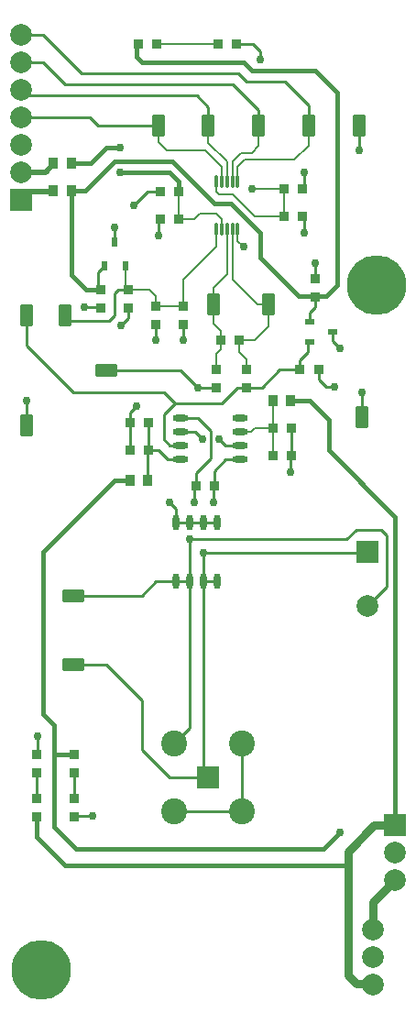
<source format=gtl>
G04*
G04 #@! TF.GenerationSoftware,Altium Limited,Altium Designer,19.1.8 (144)*
G04*
G04 Layer_Physical_Order=1*
G04 Layer_Color=255*
%FSLAX25Y25*%
%MOIN*%
G70*
G01*
G75*
%ADD12C,0.01000*%
%ADD13C,0.01500*%
%ADD14C,0.00800*%
%ADD18C,0.03000*%
%ADD34R,0.02362X0.03347*%
%ADD35R,0.03347X0.02362*%
%ADD36O,0.02362X0.05709*%
%ADD37O,0.01181X0.05315*%
%ADD38O,0.05709X0.02362*%
G04:AMPARAMS|DCode=39|XSize=78.74mil|YSize=47.24mil|CornerRadius=2.36mil|HoleSize=0mil|Usage=FLASHONLY|Rotation=90.000|XOffset=0mil|YOffset=0mil|HoleType=Round|Shape=RoundedRectangle|*
%AMROUNDEDRECTD39*
21,1,0.07874,0.04252,0,0,90.0*
21,1,0.07402,0.04724,0,0,90.0*
1,1,0.00472,0.02126,0.03701*
1,1,0.00472,0.02126,-0.03701*
1,1,0.00472,-0.02126,-0.03701*
1,1,0.00472,-0.02126,0.03701*
%
%ADD39ROUNDEDRECTD39*%
G04:AMPARAMS|DCode=40|XSize=78.74mil|YSize=47.24mil|CornerRadius=2.36mil|HoleSize=0mil|Usage=FLASHONLY|Rotation=0.000|XOffset=0mil|YOffset=0mil|HoleType=Round|Shape=RoundedRectangle|*
%AMROUNDEDRECTD40*
21,1,0.07874,0.04252,0,0,0.0*
21,1,0.07402,0.04724,0,0,0.0*
1,1,0.00472,0.03701,-0.02126*
1,1,0.00472,-0.03701,-0.02126*
1,1,0.00472,-0.03701,0.02126*
1,1,0.00472,0.03701,0.02126*
%
%ADD40ROUNDEDRECTD40*%
%ADD41R,0.03740X0.03740*%
%ADD42R,0.03740X0.03740*%
%ADD43R,0.03189X0.04016*%
%ADD44C,0.00900*%
%ADD45C,0.02000*%
%ADD46R,0.07874X0.07874*%
%ADD47C,0.07874*%
%ADD48R,0.07874X0.07874*%
%ADD49C,0.09449*%
%ADD50C,0.21654*%
%ADD51C,0.03000*%
D12*
X164000Y349000D02*
Y354654D01*
X154000Y349000D02*
Y354654D01*
X155000Y391653D02*
X156000Y392653D01*
X133653Y361000D02*
X133653Y361000D01*
X189500Y456500D02*
X192000Y454000D01*
Y451000D02*
Y454000D01*
X183346Y456500D02*
X189500D01*
X227000Y280000D02*
X236000D01*
X223500Y276500D02*
X227000Y280000D01*
X166500Y276500D02*
X223500D01*
X236000Y280000D02*
X238000Y278000D01*
Y259315D02*
Y278000D01*
X231000Y252315D02*
X238000Y259315D01*
X209970Y358970D02*
X212000Y361000D01*
X209970Y355646D02*
Y358970D01*
X212000Y361000D02*
Y364653D01*
X133000Y373508D02*
X135504Y376012D01*
X133000Y368347D02*
Y373508D01*
Y368347D02*
X134000Y367347D01*
X151000Y403000D02*
X155654D01*
X146000Y398000D02*
X151000Y403000D01*
X140347Y367347D02*
X144000D01*
X139106Y366106D02*
X140347Y367347D01*
X139106Y358106D02*
Y366106D01*
X137000Y356000D02*
X139106Y358106D01*
X123000Y356000D02*
X137000D01*
X141442Y354442D02*
X144000Y357000D01*
X121000Y358000D02*
X123000Y356000D01*
X228000Y418000D02*
Y427000D01*
X208000Y404654D02*
Y410000D01*
X207347Y404000D02*
X208000Y404654D01*
Y388000D02*
Y393347D01*
X207347Y394000D02*
X208000Y393347D01*
X212000Y371346D02*
Y377000D01*
X229000Y321000D02*
Y330000D01*
X203346Y307000D02*
Y317000D01*
X203000Y301000D02*
Y306653D01*
X203346Y307000D01*
X128000Y361000D02*
X133653D01*
X144000Y357000D02*
Y360653D01*
X133653Y361000D02*
X134000Y360653D01*
X139000Y390000D02*
X139122Y389878D01*
Y384598D02*
Y389878D01*
Y384598D02*
X139244Y384476D01*
X155000Y387000D02*
Y391653D01*
X155654Y393000D02*
X156000Y392653D01*
X107000Y318000D02*
Y327000D01*
X157000Y330000D02*
X161000Y326000D01*
X124000Y330000D02*
X157000D01*
X107000Y347000D02*
X124000Y330000D01*
X107000Y347000D02*
Y358000D01*
X163000Y338000D02*
X169367Y331633D01*
X136000Y338000D02*
X163000D01*
X175287Y331633D02*
X175654Y332000D01*
X179500Y310500D02*
X184728D01*
X177000Y313000D02*
X179500Y310500D01*
X169750Y190000D02*
X171500Y191750D01*
X169500Y320500D02*
X174000Y316000D01*
Y306000D02*
Y316000D01*
X168654Y300654D02*
X174000Y306000D01*
X209478Y344478D02*
Y348165D01*
X157000Y322000D02*
X161000Y326000D01*
X157000Y313000D02*
Y322000D01*
Y313000D02*
X159239Y310761D01*
X161000Y326000D02*
X178000D01*
X183653Y331653D02*
X187000D01*
X178000Y326000D02*
X183653Y331653D01*
X169367Y331633D02*
X175287D01*
X175654Y332000D02*
X176000Y331653D01*
X168500Y315500D02*
X171000Y313000D01*
X163272Y315500D02*
X168500D01*
X163272Y320500D02*
X169500D01*
X168654Y296000D02*
Y300654D01*
X175347Y301346D02*
X179500Y305500D01*
X175347Y296000D02*
Y301346D01*
X179500Y305500D02*
X184728D01*
X159239Y310761D02*
X163011D01*
X163272Y310500D01*
X199150Y338150D02*
X206612D01*
X192654Y331653D02*
X199150Y338150D01*
X187000Y331653D02*
X192654D01*
X206612Y341612D02*
X209478Y344478D01*
X206612Y338150D02*
Y341612D01*
X209478Y348165D02*
X209970D01*
X216000Y332000D02*
X219183D01*
X213305Y334695D02*
X216000Y332000D01*
X213305Y334695D02*
Y338150D01*
X218435Y348565D02*
X221000Y346000D01*
X218435Y348565D02*
Y351905D01*
X185573Y177677D02*
Y202323D01*
X160927Y177677D02*
X185573D01*
X136000Y231000D02*
X149000Y218000D01*
Y200000D02*
Y218000D01*
Y200000D02*
X159000Y190000D01*
X124000Y231000D02*
X136000D01*
X159000Y190000D02*
X169750D01*
X171500Y191750D02*
X173250Y190000D01*
X154272Y261272D02*
X161500D01*
X149000Y256000D02*
X154272Y261272D01*
X124000Y256000D02*
X149000D01*
X166500Y276500D02*
X166500Y276500D01*
Y261272D02*
Y276500D01*
Y261272D02*
X166500Y261272D01*
X111000Y198597D02*
Y205000D01*
X110750Y198346D02*
X111000Y198597D01*
X110750Y182346D02*
Y191654D01*
X124500Y182346D02*
Y191654D01*
X124846Y176000D02*
X131000D01*
X124500Y175654D02*
X124846Y176000D01*
X171501Y271501D02*
X230501D01*
X231000Y272000D01*
X171500Y271500D02*
X171501Y271501D01*
X171500Y261272D02*
Y271500D01*
X160927Y202323D02*
X166500Y207896D01*
Y261272D01*
X161500D02*
X166500D01*
X171500D02*
X176500D01*
X171500Y191750D02*
Y261272D01*
X159000Y290000D02*
X161500Y287500D01*
Y282728D02*
Y287500D01*
X171500Y282728D02*
X176500D01*
X166500D02*
X171500D01*
X161500D02*
X166500D01*
X175000Y290000D02*
Y295654D01*
X175347Y296000D01*
X168000Y290000D02*
Y295346D01*
X168654Y296000D01*
X144653Y322654D02*
X147000Y325000D01*
X144653Y319000D02*
Y322654D01*
Y309000D02*
Y319000D01*
X151248Y308902D02*
X151347Y309000D01*
Y319000D01*
X158500Y305500D02*
X163272D01*
X155000Y309000D02*
X158500Y305500D01*
X151347Y309000D02*
X155000D01*
X151248Y298000D02*
Y308902D01*
D13*
X139000Y298000D02*
X144752D01*
X113000Y272000D02*
X139000Y298000D01*
X113000Y213000D02*
Y272000D01*
Y213000D02*
X117000Y209000D01*
X220000Y369000D02*
Y439000D01*
X212000Y447000D02*
X220000Y439000D01*
X189000Y447000D02*
X212000D01*
X136000Y419000D02*
X141000D01*
X130386Y413386D02*
X136000Y419000D01*
X123445Y413386D02*
X130386D01*
X215000Y164000D02*
X221000Y170000D01*
X125000Y164000D02*
X215000D01*
X117000Y172000D02*
X125000Y164000D01*
X223884Y158000D02*
X224000Y158116D01*
X121000Y158000D02*
X223884D01*
X110750Y168250D02*
X121000Y158000D01*
X216000Y365000D02*
X220000Y369000D01*
X186000Y450000D02*
X189000Y447000D01*
X149000Y450000D02*
X186000D01*
X147000Y452000D02*
X149000Y450000D01*
X147000Y452000D02*
Y455847D01*
X147653Y456500D01*
X212347Y365000D02*
X216000D01*
X212000Y364653D02*
X212347Y365000D01*
X117000Y198452D02*
Y209000D01*
Y172000D02*
Y198452D01*
X117105Y198346D01*
X124500D01*
X241250Y239500D02*
Y284750D01*
X217000Y309000D02*
X241250Y284750D01*
X217000Y309000D02*
Y320000D01*
X210000Y327000D02*
X217000Y320000D01*
X203248Y327000D02*
X210000D01*
X241000Y239250D02*
X241250Y239500D01*
X241000Y172500D02*
Y239250D01*
X159000Y410000D02*
X162346Y406653D01*
Y403000D02*
Y406653D01*
X141000Y410000D02*
X159000D01*
X128386Y403386D02*
X139000Y414000D01*
X160000D02*
X175400Y398600D01*
X139000Y414000D02*
X160000D01*
X192012Y378988D02*
Y387988D01*
X181400Y398600D02*
X192012Y387988D01*
X175400Y398600D02*
X181400D01*
X206130Y364870D02*
X211784D01*
X192012Y378988D02*
X206130Y364870D01*
X211784D02*
X212000Y364653D01*
X128654Y367347D02*
X134000D01*
X123445Y372555D02*
X128654Y367347D01*
X123445Y372555D02*
Y403386D01*
X128386D01*
X110750Y168250D02*
Y175654D01*
X232500Y115000D02*
X233000Y114500D01*
D14*
X183937Y385063D02*
X186000Y383000D01*
X183937Y385063D02*
Y389240D01*
X189000Y404000D02*
X200654D01*
X178032Y406760D02*
Y411969D01*
X172000Y418000D02*
X178032Y411969D01*
X158000Y418000D02*
X172000D01*
X204500Y414500D02*
X209750Y419750D01*
Y427000D01*
X186500Y414500D02*
X204500D01*
X183937Y411937D02*
X186500Y414500D01*
X183937Y406760D02*
Y411937D01*
X191500Y419500D02*
Y427000D01*
X189000Y417000D02*
X191500Y419500D01*
X185000Y417000D02*
X189000D01*
X181968Y413969D02*
X185000Y417000D01*
X181968Y406760D02*
Y413969D01*
X180000Y406760D02*
Y414000D01*
X173250Y420750D02*
X180000Y414000D01*
X173250Y420750D02*
Y427000D01*
X155000Y421000D02*
X158000Y418000D01*
X155000Y421000D02*
Y427000D01*
X177000Y402000D02*
X182000D01*
X176063Y402937D02*
X177000Y402000D01*
X176063Y402937D02*
Y406760D01*
X190000Y394000D02*
X200654D01*
X182000Y402000D02*
X190000Y394000D01*
X154347Y456500D02*
X176654D01*
X200654Y394000D02*
Y404000D01*
X196653Y307000D02*
Y317000D01*
X196752Y317098D01*
Y327000D01*
X190000Y317000D02*
X196653D01*
X188783Y315783D02*
X190000Y317000D01*
X185011Y315783D02*
X188783D01*
X184728Y315500D02*
X185011Y315783D01*
X187000Y338347D02*
Y342000D01*
X184346Y344654D02*
X187000Y342000D01*
X184346Y344654D02*
Y349000D01*
X176000Y338347D02*
Y344000D01*
X177654Y345654D01*
Y349000D01*
X195000Y354000D02*
Y362000D01*
X190000Y349000D02*
X195000Y354000D01*
X184346Y349000D02*
X190000D01*
X177654D02*
Y352346D01*
X175000Y355000D02*
X177654Y352346D01*
X175000Y355000D02*
Y362000D01*
X162346Y393000D02*
Y403000D01*
X176000Y395000D02*
X177959Y393041D01*
X170000Y395000D02*
X176000D01*
X168000Y393000D02*
X170000Y395000D01*
X177959Y389313D02*
Y393041D01*
Y389313D02*
X178032Y389240D01*
X162346Y393000D02*
X168000D01*
X180000Y373000D02*
Y389240D01*
X175000Y368000D02*
X180000Y373000D01*
X175000Y362000D02*
Y368000D01*
X191000Y362000D02*
X195000D01*
X181968Y371031D02*
X191000Y362000D01*
X181968Y371031D02*
Y389240D01*
X176063Y383063D02*
Y389240D01*
X164000Y371000D02*
X176063Y383063D01*
X164000Y361347D02*
Y371000D01*
X154000Y361347D02*
X164000D01*
X154000D02*
Y365000D01*
X151654Y367347D02*
X154000Y365000D01*
X144000Y367347D02*
X151654D01*
X142984Y368362D02*
X144000Y367347D01*
X142984Y368362D02*
Y376012D01*
D18*
X224000Y158116D02*
Y163000D01*
Y118000D02*
Y158116D01*
X233000Y134500D02*
Y144500D01*
X241000Y152500D01*
X233500Y172500D02*
X241000D01*
X224000Y163000D02*
X233500Y172500D01*
X224000Y118000D02*
X227000Y115000D01*
X232500D01*
D34*
X135504Y376012D02*
D03*
X142984D02*
D03*
X139244Y384476D02*
D03*
D35*
X209970Y355646D02*
D03*
Y348165D02*
D03*
X218435Y351905D02*
D03*
D36*
X161500Y261272D02*
D03*
X166500D02*
D03*
X171500D02*
D03*
X176500D02*
D03*
X161500Y282728D02*
D03*
X166500D02*
D03*
X171500D02*
D03*
X176500D02*
D03*
D37*
X183937Y406760D02*
D03*
X181968D02*
D03*
X180000D02*
D03*
X178032D02*
D03*
X176063D02*
D03*
X183937Y389240D02*
D03*
X181968D02*
D03*
X180000D02*
D03*
X178032D02*
D03*
X176063D02*
D03*
D38*
X163272Y320500D02*
D03*
Y315500D02*
D03*
Y310500D02*
D03*
Y305500D02*
D03*
X184728Y320500D02*
D03*
Y315500D02*
D03*
Y310500D02*
D03*
Y305500D02*
D03*
D39*
X121000Y358000D02*
D03*
X107000D02*
D03*
X195000Y362000D02*
D03*
X155000Y427000D02*
D03*
X191500D02*
D03*
X173250D02*
D03*
X209750D02*
D03*
X175000Y362000D02*
D03*
X107000Y318000D02*
D03*
X229000Y321000D02*
D03*
X228000Y427000D02*
D03*
D40*
X124000Y256000D02*
D03*
X136000Y338000D02*
D03*
X124000Y231000D02*
D03*
D41*
X147653Y456500D02*
D03*
X154347D02*
D03*
X168654Y296000D02*
D03*
X175347D02*
D03*
X183346Y456500D02*
D03*
X176654D02*
D03*
X213305Y338150D02*
D03*
X206612D02*
D03*
X207347Y404000D02*
D03*
X200654D02*
D03*
X155654Y403000D02*
D03*
X162346D02*
D03*
X207347Y394000D02*
D03*
X200654D02*
D03*
X155654Y393000D02*
D03*
X162346D02*
D03*
X203346Y307000D02*
D03*
X196653D02*
D03*
X203346Y317000D02*
D03*
X196653D02*
D03*
X144653Y309000D02*
D03*
X151347D02*
D03*
X144653Y319000D02*
D03*
X151347D02*
D03*
X184346Y349000D02*
D03*
X177654D02*
D03*
D42*
X110750Y175654D02*
D03*
Y182346D02*
D03*
X124500Y175654D02*
D03*
Y182346D02*
D03*
X187000Y331653D02*
D03*
Y338347D02*
D03*
X176000Y331653D02*
D03*
Y338347D02*
D03*
X110750Y198346D02*
D03*
Y191654D02*
D03*
X124500Y198346D02*
D03*
Y191654D02*
D03*
X144000Y360653D02*
D03*
Y367347D02*
D03*
X134000Y360653D02*
D03*
Y367347D02*
D03*
X212000Y371346D02*
D03*
Y364653D02*
D03*
X154000Y354654D02*
D03*
Y361347D02*
D03*
X164000Y354654D02*
D03*
Y361347D02*
D03*
D43*
X144752Y298000D02*
D03*
X151248D02*
D03*
X203248Y327000D02*
D03*
X196752D02*
D03*
X116949Y413386D02*
D03*
X123445D02*
D03*
X116949Y403386D02*
D03*
X123445D02*
D03*
D44*
X209750Y427000D02*
Y434250D01*
X201000Y443000D02*
X209750Y434250D01*
X187000Y443000D02*
X201000D01*
X191500Y427000D02*
Y432500D01*
X182000Y442000D02*
X191500Y432500D01*
X121000Y442000D02*
X182000D01*
X169000Y438000D02*
X173250Y433750D01*
X107000Y438000D02*
X169000D01*
X105000Y440000D02*
X107000Y438000D01*
X113000Y450000D02*
X121000Y442000D01*
X105000Y450000D02*
X113000D01*
X184000Y446000D02*
X187000Y443000D01*
X127000Y446000D02*
X184000D01*
X113000Y460000D02*
X127000Y446000D01*
X105000Y460000D02*
X113000D01*
X173250Y427000D02*
Y433750D01*
X133000Y427000D02*
X155000D01*
X130000Y430000D02*
X133000Y427000D01*
X105000Y430000D02*
X130000D01*
D45*
X116949Y412972D02*
Y413386D01*
X113976Y410000D02*
X116949Y412972D01*
X105000Y410000D02*
X113976D01*
X116500Y402937D02*
X116949Y403386D01*
X107937Y402937D02*
X116500D01*
X105000Y400000D02*
X107937Y402937D01*
D46*
X231000Y272000D02*
D03*
X241000Y172500D02*
D03*
X105000Y400000D02*
D03*
D47*
X231000Y252315D02*
D03*
X241000Y162500D02*
D03*
Y152500D02*
D03*
X105000Y450000D02*
D03*
Y430000D02*
D03*
Y440000D02*
D03*
Y420000D02*
D03*
Y410000D02*
D03*
Y460000D02*
D03*
X233000Y114500D02*
D03*
Y124500D02*
D03*
Y134500D02*
D03*
D48*
X173250Y190000D02*
D03*
D49*
X160927Y202323D02*
D03*
X185573D02*
D03*
Y177677D02*
D03*
X160927D02*
D03*
D50*
X234500Y369000D02*
D03*
X112500Y120000D02*
D03*
D51*
X186000Y383000D02*
D03*
X164000Y349000D02*
D03*
X154000D02*
D03*
X141000Y419000D02*
D03*
X189000Y404000D02*
D03*
X221000Y170000D02*
D03*
X192000Y451000D02*
D03*
X141000Y410000D02*
D03*
X146000Y398000D02*
D03*
X141442Y354442D02*
D03*
X228000Y418000D02*
D03*
X208000Y410000D02*
D03*
Y388000D02*
D03*
X212000Y377000D02*
D03*
X229000Y330000D02*
D03*
X203000Y301000D02*
D03*
X128000Y361000D02*
D03*
X139000Y390000D02*
D03*
X155000Y387000D02*
D03*
X107000Y327000D02*
D03*
X177000Y313000D02*
D03*
X169367Y331633D02*
D03*
X171000Y313000D02*
D03*
X219183Y332000D02*
D03*
X221000Y346000D02*
D03*
X111000Y205000D02*
D03*
X131000Y176000D02*
D03*
X166500Y276500D02*
D03*
X171501Y271501D02*
D03*
X159000Y290000D02*
D03*
X175000D02*
D03*
X168000D02*
D03*
X147000Y325000D02*
D03*
M02*

</source>
